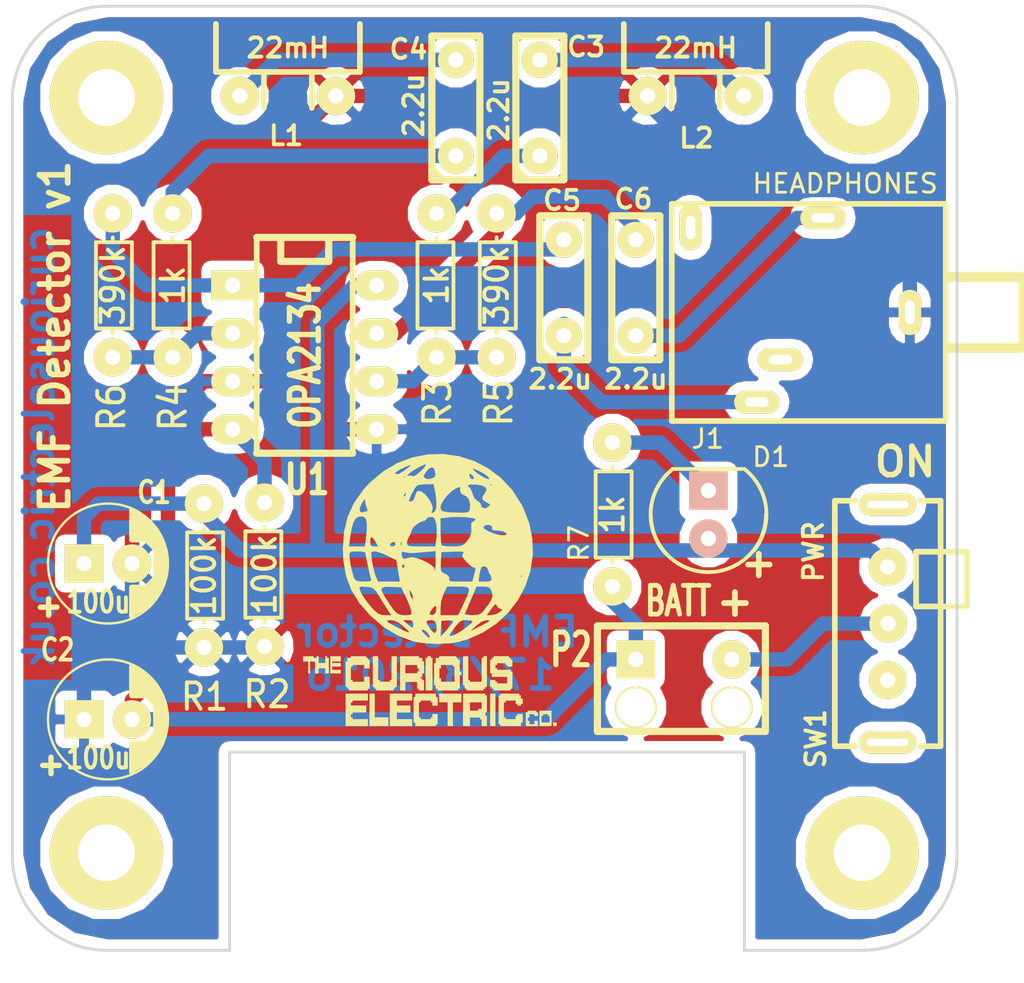
<source format=kicad_pcb>
(kicad_pcb (version 4) (host pcbnew 4.0.4-stable)
  (layers (0 F.Cu signal) (31 B.Cu signal) (34 B.Paste user) (35 F.Paste user) (36 B.SilkS user) (37 F.SilkS user) (38 B.Mask user) (39 F.Mask user) (44 Edge.Cuts user))
  (net 0 "")
  (net 1 VCC)
  (net 2 GND)
  (net 3 VSS)
  (net 4 "Net-(C3-Pad1)")
  (net 5 "Net-(C3-Pad2)")
  (net 6 "Net-(C4-Pad1)")
  (net 7 "Net-(C4-Pad2)")
  (net 8 "Net-(C5-Pad1)")
  (net 9 "Net-(C5-Pad2)")
  (net 10 "Net-(C6-Pad1)")
  (net 11 "Net-(C6-Pad2)")
  (net 12 "Net-(P2-Pad2)")
  (net 13 "Net-(R3-Pad1)")
  (net 14 "Net-(R4-Pad1)")
  (net 15 "Net-(J1-Pad6)")
  (net 16 "Net-(J1-Pad5)")
  (net 17 "Net-(D1-Pad1)")
  (module LED-5MM_larg_pad (layer F.Cu) (at 156.845 121.92 90)
    (fp_text reference D1 (at 3.048 3.302 180) (layer F.SilkS))
    (fp_text value PWR hide)
    (pad 1 thru_hole rect (at 1.27 0 90) (size 2.032 2.032) (drill 0.8128) (layers *.Cu *.SilkS *.Mask F.Paste) (net 17 "Net-(D1-Pad1)"))
    (pad 2 thru_hole circle (at -1.27 0 90) (size 2.032 2.032) (drill 0.8128) (layers *.Cu *.SilkS *.Mask F.Paste) (net 1 VCC))
  )
  (module PCB_50x50mm_No_Outline (layer F.Cu) (at 119.982 144.835)
    (fp_text reference P3 hide)
    (fp_text value PCB hide)
    (pad "" np_thru_hole circle (at 45 -45) (size 6 6) (drill 3) (layers *.Cu *.Mask F.SilkS))
    (pad "" np_thru_hole circle (at 5 -45) (size 6 6) (drill 3) (layers *.Cu *.Mask F.SilkS))
    (pad "" np_thru_hole circle (at 5 -5) (size 6 6) (drill 3) (layers *.Cu *.Mask F.SilkS))
    (pad "" np_thru_hole circle (at 45 -5) (size 6 6) (drill 3) (layers *.Cu *.Mask F.SilkS))
  )
  (module matts_components:C1_wide_lg_pad (layer F.Cu) (at 147.922 101.655 90)
    (fp_text reference C3 (at 4.5 2.446 180) (layer F.SilkS) (effects (font (size 1.016 1.016) (thickness 0.2032))))
    (fp_text value 2.2u (at 1.155 -2.172 90) (layer F.SilkS) (effects (font (size 1.016 1.016) (thickness 0.2032))))
    (pad 1 thru_hole circle (at -1.27 0 90) (size 1.905 1.905) (drill 0.8001) (layers *.Cu *.Mask F.SilkS) (net 4 "Net-(C3-Pad1)"))
    (pad 2 thru_hole circle (at 3.81 0 90) (size 1.905 1.905) (drill 0.8001) (layers *.Cu *.Mask F.SilkS) (net 5 "Net-(C3-Pad2)"))
  )
  (module matts_components:C1_wide_lg_pad (layer F.Cu) (at 143.477 101.655 90)
    (fp_text reference C4 (at 4.373 -2.507 180) (layer F.SilkS) (effects (font (size 1.016 1.016) (thickness 0.2032))))
    (fp_text value 2.2u (at 1.405 -2.227 90) (layer F.SilkS) (effects (font (size 1.016 1.016) (thickness 0.2032))))
    (pad 1 thru_hole circle (at -1.27 0 90) (size 1.905 1.905) (drill 0.8001) (layers *.Cu *.Mask F.SilkS) (net 6 "Net-(C4-Pad1)"))
    (pad 2 thru_hole circle (at 3.81 0 90) (size 1.905 1.905) (drill 0.8001) (layers *.Cu *.Mask F.SilkS) (net 7 "Net-(C4-Pad2)"))
  )
  (module matts_components:C1_wide_lg_pad (layer F.Cu) (at 149.192 111.18 90)
    (fp_text reference C5 (at 5.897 -0.094 180) (layer F.SilkS) (effects (font (size 1.016 1.016) (thickness 0.2032))))
    (fp_text value 2.2u (at -3.57 -0.192 180) (layer F.SilkS) (effects (font (size 1.016 1.016) (thickness 0.2032))))
    (pad 1 thru_hole circle (at -1.27 0 90) (size 1.905 1.905) (drill 0.8001) (layers *.Cu *.Mask F.SilkS) (net 8 "Net-(C5-Pad1)"))
    (pad 2 thru_hole circle (at 3.81 0 90) (size 1.905 1.905) (drill 0.8001) (layers *.Cu *.Mask F.SilkS) (net 9 "Net-(C5-Pad2)"))
  )
  (module matts_components:C1_wide_lg_pad (layer F.Cu) (at 153.002 111.18 90)
    (fp_text reference C6 (at 5.969 -0.127 180) (layer F.SilkS) (effects (font (size 1.016 1.016) (thickness 0.2032))))
    (fp_text value 2.2u (at -3.57 -0.002 180) (layer F.SilkS) (effects (font (size 1.016 1.016) (thickness 0.2032))))
    (pad 1 thru_hole circle (at -1.27 0 90) (size 1.905 1.905) (drill 0.8001) (layers *.Cu *.Mask F.SilkS) (net 10 "Net-(C6-Pad1)"))
    (pad 2 thru_hole circle (at 3.81 0 90) (size 1.905 1.905) (drill 0.8001) (layers *.Cu *.Mask F.SilkS) (net 11 "Net-(C6-Pad2)"))
  )
  (module matts_components:Battery_connctor (layer F.Cu) (at 154.272 129.595)
    (fp_text reference P2 (at -4.699 -0.508) (layer F.SilkS) (effects (font (size 1.72974 1.08712) (thickness 0.27178))))
    (fp_text value BATT (at 0.978 -3.095) (layer F.SilkS) (effects (font (size 1.524 1.016) (thickness 0.254))))
    (fp_text user + (at 3.978 -3.095) (layer F.SilkS) (effects (font (thickness 0.3048))))
    (pad 1 thru_hole rect (at -1.27 0) (size 2.032 2.032) (drill 0.8001) (layers *.Cu *.Mask F.SilkS) (net 3 VSS))
    (pad 2 thru_hole circle (at 3.81 0) (size 2.032 2.032) (drill 0.8001) (layers *.Cu *.Mask F.SilkS) (net 12 "Net-(P2-Pad2)"))
    (pad 3 thru_hole circle (at -1.27 2.54) (size 2.19964 2.19964) (drill 1.99898) (layers *.Cu *.Mask F.SilkS))
    (pad 4 thru_hole circle (at 3.81 2.54) (size 2.19964 2.19964) (drill 1.99898) (layers *.Cu *.Mask F.SilkS))
  )
  (module REInnovationFootprint:DIP-8_300_ELL (layer F.Cu) (at 135.476 117.403 270)
    (fp_text reference U1 (at 2.667 -0.127 360) (layer F.SilkS) (effects (font (size 1.524 1.143) (thickness 0.28702))))
    (fp_text value OPA2134 (at -3.903 -0.024 270) (layer F.SilkS) (effects (font (size 1.524 1.143) (thickness 0.28702))))
    (pad 1 thru_hole rect (at -7.62 3.81 270) (size 1.5748 2.286) (drill 0.8128) (layers *.Cu *.Mask F.SilkS) (net 9 "Net-(C5-Pad2)"))
    (pad 2 thru_hole oval (at -5.08 3.81 270) (size 1.5748 2.286) (drill 0.8128) (layers *.Cu *.Mask F.SilkS) (net 14 "Net-(R4-Pad1)"))
    (pad 3 thru_hole oval (at -2.54 3.81 270) (size 1.5748 2.286) (drill 0.8128) (layers *.Cu *.Mask F.SilkS) (net 2 GND))
    (pad 4 thru_hole oval (at 0 3.81 270) (size 1.5748 2.286) (drill 0.8128) (layers *.Cu *.Mask F.SilkS) (net 3 VSS))
    (pad 5 thru_hole oval (at 0 -3.81 270) (size 1.5748 2.286) (drill 0.8128) (layers *.Cu *.Mask F.SilkS) (net 2 GND))
    (pad 6 thru_hole oval (at -2.54 -3.81 270) (size 1.5748 2.286) (drill 0.8128) (layers *.Cu *.Mask F.SilkS) (net 13 "Net-(R3-Pad1)"))
    (pad 7 thru_hole oval (at -5.08 -3.81 270) (size 1.5748 2.286) (drill 0.8128) (layers *.Cu *.Mask F.SilkS) (net 11 "Net-(C6-Pad2)"))
    (pad 8 thru_hole oval (at -7.62 -3.81 270) (size 1.5748 2.286) (drill 0.8128) (layers *.Cu *.Mask F.SilkS) (net 1 VCC))
  )
  (module REInnovationFootprint:C_1V7_TH (layer F.Cu) (at 125.062 124.515)
    (fp_text reference C1 (at 2.438 -3.765) (layer F.SilkS) (effects (font (size 1.143 0.889) (thickness 0.2032))))
    (fp_text value 100u (at -0.508 2.032) (layer F.SilkS) (effects (font (size 1.143 0.889) (thickness 0.2032))))
    (fp_text user + (at -3.142 2.231) (layer F.SilkS) (effects (font (size 1.143 1.143) (thickness 0.28702))))
    (pad 1 thru_hole rect (at -1.27 0) (size 2.032 2.032) (drill 0.8001) (layers *.Cu *.Mask F.SilkS) (net 1 VCC))
    (pad 2 thru_hole circle (at 1.27 0) (size 2.032 2.032) (drill 0.8001) (layers *.Cu *.Mask F.SilkS) (net 2 GND))
  )
  (module REInnovationFootprint:C_1V7_TH (layer F.Cu) (at 125.062 132.77)
    (fp_text reference C2 (at -2.667 -3.683) (layer F.SilkS) (effects (font (size 1.143 0.889) (thickness 0.2032))))
    (fp_text value 100u (at -0.508 2.032) (layer F.SilkS) (effects (font (size 1.143 0.889) (thickness 0.2032))))
    (fp_text user + (at -3.015 2.358) (layer F.SilkS) (effects (font (size 1.143 1.143) (thickness 0.28702))))
    (pad 1 thru_hole rect (at -1.27 0) (size 2.032 2.032) (drill 0.8001) (layers *.Cu *.Mask F.SilkS) (net 2 GND))
    (pad 2 thru_hole circle (at 1.27 0) (size 2.032 2.032) (drill 0.8001) (layers *.Cu *.Mask F.SilkS) (net 3 VSS))
  )
  (module CuriousElectric3:TCEC_Words_13mm (layer F.Cu) (at 135.128 129.159)
    (fp_text reference P4 hide)
    (fp_text value LOGO1 hide)
  )
  (module CuriousElectric3:CuriousElectric_globe_10mm (layer F.Cu) (at 142.494 123.698)
    (fp_text reference P5 hide)
    (fp_text value LOGO2 hide)
  )
  (module reinnovation-footprints:SW_SPDT_R_Angle_ALIEX (layer F.Cu) (at 166.337 127.69)
    (fp_text reference SW1 (at -3.81 6.096 270) (layer F.SilkS) (effects (font (size 1.016 1.016) (thickness 0.2032))))
    (fp_text value PWR (at -3.937 -3.81 270) (layer F.SilkS) (effects (font (size 1.016 1.016) (thickness 0.2032))))
    (pad 2 thru_hole circle (at 0.0254 0.00762) (size 2 2) (drill 0.8) (layers *.Cu *.Mask F.SilkS) (net 12 "Net-(P2-Pad2)"))
    (pad 1 thru_hole circle (at 0 -3) (size 2 2) (drill 0.8) (layers *.Cu *.Mask F.SilkS) (net 1 VCC))
    (pad 3 thru_hole circle (at 0 3) (size 2 2) (drill 0.8) (layers *.Cu *.Mask F.SilkS))
    (pad 4 thru_hole oval (at 0 -6.3) (size 3 1.2) (drill oval 2.2 0.4) (layers *.Cu *.Mask F.SilkS))
    (pad 5 thru_hole oval (at 0 6.3) (size 3 1.2) (drill oval 2.2 0.4) (layers *.Cu *.Mask F.SilkS))
  )
  (module reinnovation-footprints:TH_3_5mm_Jack (layer F.Cu) (at 154.907 105.465 270)
    (fp_text reference J1 (at 12.446 -1.905 360) (layer F.SilkS))
    (fp_text value HEADPHONES (at -1.071 -9.177 360) (layer F.SilkS))
    (pad 6 thru_hole oval (at 8.25 -5.75 270) (size 1.2 2.4) (drill oval 0.5 1.25) (layers *.Cu F.Paste F.SilkS F.Mask) (net 15 "Net-(J1-Pad6)"))
    (pad 1 thru_hole oval (at 5.75 -12.6 270) (size 2.4 1.2) (drill oval 1.25 0.5) (layers *.Cu F.Paste F.SilkS F.Mask) (net 2 GND))
    (pad 2 thru_hole oval (at 0.75 -8 270) (size 1.2 2.4) (drill oval 0.5 1.25) (layers *.Cu F.Paste F.SilkS F.Mask) (net 10 "Net-(C6-Pad1)"))
    (pad 3 thru_hole oval (at 10.5 -4.5 270) (size 1.2 2.4) (drill oval 0.5 1.25) (layers *.Cu F.Paste F.SilkS F.Mask) (net 8 "Net-(C5-Pad1)"))
    (pad 5 thru_hole oval (at 1.25 -1 270) (size 2.4 1.2) (drill oval 1.25 0.5) (layers *.Cu F.Paste F.SilkS F.Mask) (net 16 "Net-(J1-Pad5)"))
  )
  (module reinnovation-footprints:TH_Resistor_1 (layer F.Cu) (at 130.142 125.15 270)
    (fp_text reference R1 (at 6.422 -0.033 540) (layer F.SilkS) (effects (font (size 1.397 1.27) (thickness 0.2032))))
    (fp_text value 100k (at 0 0 270) (layer F.SilkS) (effects (font (size 1.2 1.15) (thickness 0.2032))))
    (pad 1 thru_hole circle (at -3.81 0 270) (size 2.032 2.032) (drill 0.8001) (layers *.Cu *.Mask F.SilkS) (net 1 VCC))
    (pad 2 thru_hole circle (at 3.81 0 270) (size 2.032 2.032) (drill 0.8001) (layers *.Cu *.Mask F.SilkS) (net 2 GND))
  )
  (module reinnovation-footprints:TH_Resistor_1 (layer F.Cu) (at 133.35 125.095 90)
    (fp_text reference R2 (at -6.35 0.127 360) (layer F.SilkS) (effects (font (size 1.397 1.27) (thickness 0.2032))))
    (fp_text value 100k (at 0 0 90) (layer F.SilkS) (effects (font (size 1.2 1.15) (thickness 0.2032))))
    (pad 1 thru_hole circle (at -3.81 0 90) (size 2.032 2.032) (drill 0.8001) (layers *.Cu *.Mask F.SilkS) (net 2 GND))
    (pad 2 thru_hole circle (at 3.81 0 90) (size 2.032 2.032) (drill 0.8001) (layers *.Cu *.Mask F.SilkS) (net 3 VSS))
  )
  (module reinnovation-footprints:TH_Resistor_1 (layer F.Cu) (at 142.461 109.783 90)
    (fp_text reference R3 (at -6.217 0.039 270) (layer F.SilkS) (effects (font (size 1.397 1.27) (thickness 0.2032))))
    (fp_text value 1k (at 0 0 90) (layer F.SilkS) (effects (font (size 1.2 1.15) (thickness 0.2032))))
    (pad 1 thru_hole circle (at -3.81 0 90) (size 2.032 2.032) (drill 0.8001) (layers *.Cu *.Mask F.SilkS) (net 13 "Net-(R3-Pad1)"))
    (pad 2 thru_hole circle (at 3.81 0 90) (size 2.032 2.032) (drill 0.8001) (layers *.Cu *.Mask F.SilkS) (net 4 "Net-(C3-Pad1)"))
  )
  (module reinnovation-footprints:TH_Resistor_1 (layer F.Cu) (at 128.491 109.783 90)
    (fp_text reference R4 (at -6.467 0.009 270) (layer F.SilkS) (effects (font (size 1.397 1.27) (thickness 0.2032))))
    (fp_text value 1k (at 0 0 90) (layer F.SilkS) (effects (font (size 1.2 1.15) (thickness 0.2032))))
    (pad 1 thru_hole circle (at -3.81 0 90) (size 2.032 2.032) (drill 0.8001) (layers *.Cu *.Mask F.SilkS) (net 14 "Net-(R4-Pad1)"))
    (pad 2 thru_hole circle (at 3.81 0 90) (size 2.032 2.032) (drill 0.8001) (layers *.Cu *.Mask F.SilkS) (net 6 "Net-(C4-Pad1)"))
  )
  (module reinnovation-footprints:TH_Resistor_1 (layer F.Cu) (at 145.636 109.783 270)
    (fp_text reference R5 (at 6.217 -0.114 450) (layer F.SilkS) (effects (font (size 1.397 1.27) (thickness 0.2032))))
    (fp_text value 390k (at 0 0 270) (layer F.SilkS) (effects (font (size 1.2 1.15) (thickness 0.2032))))
    (pad 1 thru_hole circle (at -3.81 0 270) (size 2.032 2.032) (drill 0.8001) (layers *.Cu *.Mask F.SilkS) (net 11 "Net-(C6-Pad2)"))
    (pad 2 thru_hole circle (at 3.81 0 270) (size 2.032 2.032) (drill 0.8001) (layers *.Cu *.Mask F.SilkS) (net 13 "Net-(R3-Pad1)"))
  )
  (module reinnovation-footprints:TH_Resistor_1 (layer F.Cu) (at 125.316 109.783 270)
    (fp_text reference R6 (at 6.467 0.066 450) (layer F.SilkS) (effects (font (size 1.397 1.27) (thickness 0.2032))))
    (fp_text value 390k (at 0 0 270) (layer F.SilkS) (effects (font (size 1.2 1.15) (thickness 0.2032))))
    (pad 1 thru_hole circle (at -3.81 0 270) (size 2.032 2.032) (drill 0.8001) (layers *.Cu *.Mask F.SilkS) (net 9 "Net-(C5-Pad2)"))
    (pad 2 thru_hole circle (at 3.81 0 270) (size 2.032 2.032) (drill 0.8001) (layers *.Cu *.Mask F.SilkS) (net 14 "Net-(R4-Pad1)"))
  )
  (module reinnovation-footprints:TH_Resistor_1 (layer F.Cu) (at 151.765 121.92 270)
    (fp_text reference R7 (at 1.524 1.778 450) (layer F.SilkS))
    (fp_text value 1k (at 0 0 270) (layer F.SilkS) (effects (font (size 1.2 1.15) (thickness 0.2032))))
    (pad 1 thru_hole circle (at -3.81 0 270) (size 2.032 2.032) (drill 0.8001) (layers *.Cu *.Mask F.SilkS) (net 17 "Net-(D1-Pad1)"))
    (pad 2 thru_hole circle (at 3.81 0 270) (size 2.032 2.032) (drill 0.8001) (layers *.Cu *.Mask F.SilkS) (net 3 VSS))
  )
  (module REInnovationFootprint:TH_Inductor_SideMount (layer F.Cu) (at 156.177 99.75)
    (fp_text reference L2 (at 0.033 2.231 180) (layer F.SilkS) (effects (font (size 1.016 1.016) (thickness 0.2032))))
    (fp_text value 22mH (at 0 -2.54) (layer F.SilkS) (effects (font (size 1.016 1.016) (thickness 0.2032))))
    (pad 1 thru_hole circle (at -2.54 0) (size 2.032 2.032) (drill 0.8001) (layers *.Cu *.Mask F.SilkS) (net 2 GND))
    (pad 2 thru_hole circle (at 2.54 0) (size 2.032 2.032) (drill 0.8001) (layers *.Cu *.Mask F.SilkS) (net 5 "Net-(C3-Pad2)"))
  )
  (module REInnovationFootprint:TH_Inductor_SideMount (layer F.Cu) (at 134.587 99.75)
    (fp_text reference L1 (at -0.094 2.104 180) (layer F.SilkS) (effects (font (size 1.016 1.016) (thickness 0.2032))))
    (fp_text value 22mH (at 0 -2.54) (layer F.SilkS) (effects (font (size 1.016 1.016) (thickness 0.2032))))
    (pad 1 thru_hole circle (at -2.54 0) (size 2.032 2.032) (drill 0.8001) (layers *.Cu *.Mask F.SilkS) (net 7 "Net-(C4-Pad2)"))
    (pad 2 thru_hole circle (at 2.54 0) (size 2.032 2.032) (drill 0.8001) (layers *.Cu *.Mask F.SilkS) (net 2 GND))
  )
  (gr_text + (at 159.512 124.46) (layer F.SilkS) (effects (font (size 1.5 1.5) (thickness 0.3))))
  (gr_text ON (at 167.259 119.126) (layer F.SilkS) (effects (font (size 1.5 1.5) (thickness 0.3))))
  (gr_text "EMF Detector v1" (at 122.25 112.5 90) (layer F.SilkS) (effects (font (size 1.5 1.5) (thickness 0.3))))
  (gr_line (start 131.5 145) (end 131.5 134.5) (angle 90) (layer Edge.Cuts) (width 0.15))
  (gr_line (start 125 145) (end 131.5 145) (angle 90) (layer Edge.Cuts) (width 0.15))
  (gr_line (start 158.75 134.5) (end 131.5 134.5) (angle 90) (layer Edge.Cuts) (width 0.15))
  (gr_line (start 158.75 145) (end 158.75 134.5) (angle 90) (layer Edge.Cuts) (width 0.15))
  (gr_line (start 165 145) (end 158.75 145) (angle 90) (layer Edge.Cuts) (width 0.15))
  (gr_text 17/8/2016 (at 142.113 130.429) (layer B.Cu) (effects (font (size 1.5 1.5) (thickness 0.3)) (justify mirror)))
  (gr_text "EMF Detector" (at 142.494 128.143) (layer B.Cu) (effects (font (size 1.5 1.5) (thickness 0.3)) (justify mirror)))
  (gr_text curiouselectric.co.uk (at 121.412 118.364 90) (layer B.Cu) (effects (font (size 1.5 1.5) (thickness 0.3)) (justify mirror)))
  (gr_arc (start 125 100) (end 120 100) (angle 90) (layer Edge.Cuts) (width 0.15))
  (gr_arc (start 165 100) (end 165 95) (angle 90) (layer Edge.Cuts) (width 0.15))
  (gr_arc (start 165 140) (end 170 140) (angle 90) (layer Edge.Cuts) (width 0.15))
  (gr_arc (start 125 140) (end 125 145) (angle 90) (layer Edge.Cuts) (width 0.15))
  (gr_line (start 170 100) (end 170 140) (angle 90) (layer Edge.Cuts) (width 0.15))
  (gr_line (start 125 95) (end 165 95) (angle 90) (layer Edge.Cuts) (width 0.15))
  (gr_line (start 120 140) (end 120 100) (angle 90) (layer Edge.Cuts) (width 0.15))
  (segment (start 139.286 109.783) (end 138.121 109.783) (width 0.762) (layer B.Cu) (net 1))
  (segment (start 136.144 111.76) (end 136.144 123.825) (width 0.762) (layer B.Cu) (net 1))
  (segment (start 138.121 109.783) (end 136.144 111.76) (width 0.762) (layer B.Cu) (net 1))
  (segment (start 165.472 123.825) (end 166.337 124.69) (width 0.762) (layer B.Cu) (net 1))
  (segment (start 130.142 121.34) (end 130.142 121.887) (width 0.762) (layer B.Cu) (net 1))
  (segment (start 130.142 121.887) (end 132.08 123.825) (width 0.762) (layer B.Cu) (net 1))
  (segment (start 123.792 124.515) (end 123.792 122.102) (width 0.762) (layer B.Cu) (net 1))
  (segment (start 124.554 121.34) (end 130.142 121.34) (width 0.762) (layer B.Cu) (net 1))
  (segment (start 123.792 122.102) (end 124.554 121.34) (width 0.762) (layer B.Cu) (net 1))
  (segment (start 156.845 123.19) (end 156.972 123.19) (width 0.762) (layer B.Cu) (net 1))
  (segment (start 156.972 123.19) (end 157.607 123.825) (width 0.762) (layer B.Cu) (net 1))
  (segment (start 157.607 123.825) (end 156.845 123.19) (width 0.762) (layer B.Cu) (net 1))
  (segment (start 156.845 123.19) (end 157.48 123.825) (width 0.762) (layer B.Cu) (net 1))
  (segment (start 136.144 123.825) (end 157.607 123.825) (width 0.762) (layer B.Cu) (net 1))
  (segment (start 157.607 123.825) (end 165.472 123.825) (width 0.762) (layer B.Cu) (net 1))
  (segment (start 134.62 123.825) (end 156.21 123.825) (width 0.762) (layer B.Cu) (net 1))
  (segment (start 156.21 123.825) (end 156.845 123.19) (width 0.762) (layer B.Cu) (net 1))
  (segment (start 132.08 123.825) (end 134.62 123.825) (width 0.762) (layer B.Cu) (net 1))
  (segment (start 130.142 128.96) (end 127.69 128.96) (width 0.762) (layer B.Cu) (net 2))
  (segment (start 126.122 127.392) (end 126.332 127.392) (width 0.762) (layer B.Cu) (net 2))
  (segment (start 127.69 128.96) (end 126.122 127.392) (width 0.762) (layer B.Cu) (net 2))
  (segment (start 130.142 128.96) (end 133.295 128.96) (width 0.762) (layer B.Cu) (net 2))
  (segment (start 133.295 128.96) (end 133.35 128.905) (width 0.762) (layer B.Cu) (net 2))
  (segment (start 153.637 99.75) (end 153.637 100.131) (width 0.762) (layer B.Cu) (net 2))
  (segment (start 153.637 100.131) (end 157.701 104.195) (width 0.762) (layer B.Cu) (net 2))
  (segment (start 167.507 107.524) (end 167.507 111.215) (width 0.762) (layer B.Cu) (net 2))
  (segment (start 164.178 104.195) (end 167.507 107.524) (width 0.762) (layer B.Cu) (net 2))
  (segment (start 157.701 104.195) (end 164.178 104.195) (width 0.762) (layer B.Cu) (net 2))
  (segment (start 123.792 132.77) (end 123.792 129.722) (width 0.762) (layer B.Cu) (net 2))
  (segment (start 123.792 129.722) (end 126.332 127.182) (width 0.762) (layer B.Cu) (net 2))
  (segment (start 126.332 127.182) (end 126.332 127.392) (width 0.762) (layer B.Cu) (net 2))
  (segment (start 126.332 127.392) (end 126.332 124.515) (width 0.762) (layer B.Cu) (net 2))
  (segment (start 134.714 114.863) (end 134.714 102.163) (width 0.762) (layer F.Cu) (net 2))
  (segment (start 134.714 102.163) (end 137.127 99.75) (width 0.762) (layer F.Cu) (net 2))
  (segment (start 126.332 124.515) (end 126.332 118.673) (width 0.762) (layer F.Cu) (net 2))
  (segment (start 130.142 114.863) (end 131.666 114.863) (width 0.762) (layer F.Cu) (net 2))
  (segment (start 126.332 118.673) (end 130.142 114.863) (width 0.762) (layer F.Cu) (net 2))
  (segment (start 137.127 99.75) (end 153.637 99.75) (width 0.762) (layer F.Cu) (net 2))
  (segment (start 131.666 114.863) (end 134.714 114.863) (width 0.762) (layer F.Cu) (net 2))
  (segment (start 134.714 114.863) (end 137.254 117.403) (width 0.762) (layer F.Cu) (net 2))
  (segment (start 137.254 117.403) (end 139.286 117.403) (width 0.762) (layer F.Cu) (net 2))
  (segment (start 126.332 132.77) (end 148.281 132.77) (width 0.762) (layer B.Cu) (net 3))
  (segment (start 151.456 129.595) (end 153.002 129.595) (width 0.762) (layer B.Cu) (net 3))
  (segment (start 148.281 132.77) (end 151.456 129.595) (width 0.762) (layer B.Cu) (net 3))
  (segment (start 151.765 125.73) (end 151.765 126.492) (width 0.762) (layer B.Cu) (net 3))
  (segment (start 151.765 126.492) (end 153.002 127.729) (width 0.762) (layer B.Cu) (net 3))
  (segment (start 153.002 127.729) (end 153.002 129.595) (width 0.762) (layer B.Cu) (net 3))
  (segment (start 133.35 121.285) (end 133.35 119.087) (width 0.762) (layer B.Cu) (net 3))
  (segment (start 133.35 119.087) (end 131.666 117.403) (width 0.762) (layer B.Cu) (net 3))
  (segment (start 126.332 132.77) (end 126.332 131.754) (width 0.762) (layer F.Cu) (net 3))
  (segment (start 126.332 131.754) (end 128.237 129.849) (width 0.762) (layer F.Cu) (net 3))
  (segment (start 130.015 117.403) (end 131.666 117.403) (width 0.762) (layer F.Cu) (net 3))
  (segment (start 128.237 119.181) (end 130.015 117.403) (width 0.762) (layer F.Cu) (net 3))
  (segment (start 128.237 129.849) (end 128.237 119.181) (width 0.762) (layer F.Cu) (net 3))
  (segment (start 126.332 132.77) (end 126.84 132.77) (width 0.762) (layer B.Cu) (net 3))
  (segment (start 142.461 105.973) (end 142.969 105.973) (width 0.762) (layer B.Cu) (net 4))
  (segment (start 142.969 105.973) (end 146.017 102.925) (width 0.762) (layer B.Cu) (net 4))
  (segment (start 146.017 102.925) (end 147.922 102.925) (width 0.762) (layer B.Cu) (net 4))
  (segment (start 147.922 97.845) (end 156.812 97.845) (width 0.762) (layer B.Cu) (net 5))
  (segment (start 156.812 97.845) (end 158.717 99.75) (width 0.762) (layer B.Cu) (net 5))
  (segment (start 143.477 102.925) (end 130.396 102.925) (width 0.762) (layer B.Cu) (net 6))
  (segment (start 128.491 104.83) (end 128.491 105.973) (width 0.762) (layer B.Cu) (net 6))
  (segment (start 130.396 102.925) (end 128.491 104.83) (width 0.762) (layer B.Cu) (net 6))
  (segment (start 143.477 97.845) (end 133.952 97.845) (width 0.762) (layer B.Cu) (net 7))
  (segment (start 133.952 97.845) (end 132.047 99.75) (width 0.762) (layer B.Cu) (net 7))
  (segment (start 149.192 112.45) (end 149.192 113.974) (width 0.762) (layer B.Cu) (net 8))
  (segment (start 151.183 115.965) (end 159.407 115.965) (width 0.762) (layer B.Cu) (net 8))
  (segment (start 149.192 113.974) (end 151.183 115.965) (width 0.762) (layer B.Cu) (net 8))
  (segment (start 149.192 112.45) (end 149.192 111.815) (width 0.762) (layer B.Cu) (net 8))
  (segment (start 131.666 109.783) (end 135.095 109.783) (width 0.762) (layer B.Cu) (net 9))
  (segment (start 137 107.878) (end 148.684 107.878) (width 0.762) (layer B.Cu) (net 9))
  (segment (start 135.095 109.783) (end 137 107.878) (width 0.762) (layer B.Cu) (net 9))
  (segment (start 148.684 107.878) (end 149.192 107.37) (width 0.762) (layer B.Cu) (net 9))
  (segment (start 125.316 105.973) (end 125.316 108.005) (width 0.762) (layer B.Cu) (net 9))
  (segment (start 125.316 108.005) (end 127.094 109.783) (width 0.762) (layer B.Cu) (net 9))
  (segment (start 127.094 109.783) (end 131.666 109.783) (width 0.762) (layer B.Cu) (net 9))
  (segment (start 153.002 112.45) (end 155.288 112.45) (width 0.762) (layer B.Cu) (net 10))
  (segment (start 161.523 106.215) (end 162.907 106.215) (width 0.762) (layer B.Cu) (net 10))
  (segment (start 155.288 112.45) (end 161.523 106.215) (width 0.762) (layer B.Cu) (net 10))
  (segment (start 139.286 112.323) (end 140.302 112.323) (width 0.762) (layer F.Cu) (net 11))
  (segment (start 140.302 112.323) (end 145.636 106.989) (width 0.762) (layer F.Cu) (net 11))
  (segment (start 145.636 106.989) (end 145.636 105.973) (width 0.762) (layer F.Cu) (net 11))
  (segment (start 139.286 112.323) (end 140.048 112.323) (width 0.762) (layer F.Cu) (net 11))
  (segment (start 145.636 106.735) (end 145.636 105.973) (width 0.762) (layer F.Cu) (net 11))
  (segment (start 145.636 105.973) (end 146.652 105.973) (width 0.762) (layer B.Cu) (net 11))
  (segment (start 146.652 105.973) (end 147.541 105.084) (width 0.762) (layer B.Cu) (net 11))
  (segment (start 151.351 105.084) (end 153.002 106.735) (width 0.762) (layer B.Cu) (net 11))
  (segment (start 147.541 105.084) (end 151.351 105.084) (width 0.762) (layer B.Cu) (net 11))
  (segment (start 153.002 106.735) (end 153.002 107.37) (width 0.762) (layer B.Cu) (net 11))
  (segment (start 158.082 129.595) (end 161.003 129.595) (width 0.762) (layer B.Cu) (net 12))
  (segment (start 162.90038 127.69762) (end 166.3624 127.69762) (width 0.762) (layer B.Cu) (net 12))
  (segment (start 161.003 129.595) (end 162.90038 127.69762) (width 0.762) (layer B.Cu) (net 12))
  (segment (start 139.286 114.863) (end 141.191 114.863) (width 0.762) (layer B.Cu) (net 13))
  (segment (start 141.191 114.863) (end 142.461 113.593) (width 0.762) (layer B.Cu) (net 13))
  (segment (start 145.636 113.593) (end 142.461 113.593) (width 0.762) (layer B.Cu) (net 13))
  (segment (start 131.666 112.323) (end 129.761 112.323) (width 0.762) (layer B.Cu) (net 14))
  (segment (start 129.761 112.323) (end 128.491 113.593) (width 0.762) (layer B.Cu) (net 14))
  (segment (start 125.316 113.593) (end 128.491 113.593) (width 0.762) (layer B.Cu) (net 14))
  (segment (start 156.845 120.65) (end 154.305 118.11) (width 0.762) (layer B.Cu) (net 17))
  (segment (start 154.305 118.11) (end 151.765 118.11) (width 0.762) (layer B.Cu) (net 17))
  (zone (net 2) (net_name GND) (layer B.Cu) (connect_pads (clearance 0.508)) (min_thickness 0.254) (fill yes (arc_segments 16) (thermal_gap 0.508) (thermal_bridge_width 0.508))
    (polygon (pts (xy 171.417 146.74) (xy 119.347 146.74) (xy 119.347 94.67) (xy 171.417 94.67) (xy 171.417 146.74)))
  )
  (zone (net 2) (net_name GND) (layer F.Cu) (connect_pads (clearance 0.508)) (min_thickness 0.254) (fill yes (arc_segments 16) (thermal_gap 0.508) (thermal_bridge_width 0.508))
    (polygon (pts (xy 171.417 146.74) (xy 119.347 146.74) (xy 119.347 94.67) (xy 171.417 94.67) (xy 171.417 146.74)))
  )
)
</source>
